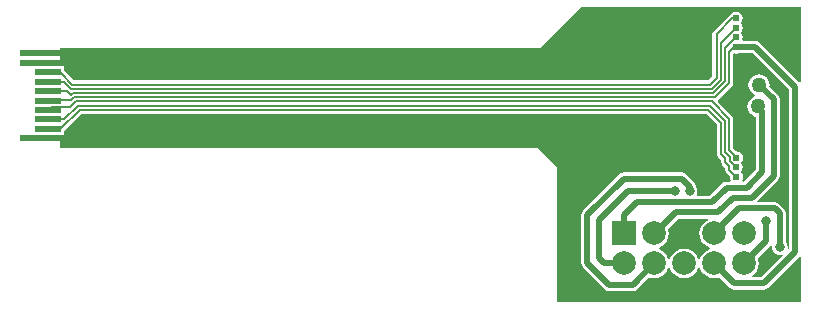
<source format=gbl>
G04 Layer_Physical_Order=2*
G04 Layer_Color=16711680*
%FSLAX25Y25*%
%MOIN*%
G70*
G01*
G75*
%ADD11R,0.08661X0.02362*%
%ADD13R,0.13780X0.02362*%
%ADD14C,0.02000*%
%ADD15R,0.07874X0.07874*%
%ADD16C,0.07874*%
%ADD17C,0.03000*%
%ADD18C,0.03150*%
%ADD19C,0.02400*%
%ADD20C,0.05000*%
%ADD21C,0.00700*%
G36*
X231110Y-58514D02*
X230691Y-58688D01*
X229660Y-59479D01*
X228869Y-60510D01*
X228371Y-61711D01*
X228202Y-63000D01*
X228371Y-64289D01*
X228869Y-65490D01*
X229660Y-66521D01*
X230691Y-67313D01*
X231698Y-67729D01*
Y-68271D01*
X230691Y-68687D01*
X229660Y-69479D01*
X228869Y-70510D01*
X228452Y-71517D01*
X227910D01*
X227494Y-70510D01*
X226702Y-69479D01*
X225671Y-68687D01*
X224470Y-68190D01*
X223181Y-68020D01*
X221892Y-68190D01*
X220691Y-68687D01*
X219660Y-69479D01*
X218869Y-70510D01*
X218452Y-71517D01*
X217911D01*
X217494Y-70510D01*
X216702Y-69479D01*
X215671Y-68687D01*
X214664Y-68271D01*
Y-67729D01*
X215671Y-67313D01*
X216702Y-66521D01*
X217494Y-65490D01*
X217991Y-64289D01*
X218161Y-63000D01*
X217991Y-61711D01*
X217857Y-61387D01*
X221230Y-58014D01*
X231010D01*
X231110Y-58514D01*
D02*
G37*
G36*
X252108Y-67016D02*
X252523Y-67269D01*
X252492Y-67506D01*
X252580Y-68178D01*
X252840Y-68805D01*
X253253Y-69342D01*
X253790Y-69755D01*
X254417Y-70015D01*
X255089Y-70103D01*
X255761Y-70015D01*
X255938Y-69941D01*
X256221Y-70365D01*
X248962Y-77624D01*
X246087D01*
X245917Y-77124D01*
X246702Y-76521D01*
X247494Y-75490D01*
X247991Y-74289D01*
X248161Y-73000D01*
X247991Y-71711D01*
X247804Y-71261D01*
X252053Y-67012D01*
X252108Y-67016D01*
D02*
G37*
G36*
X234088Y-26608D02*
Y-36460D01*
X234192Y-36987D01*
X234491Y-37433D01*
X235565Y-38508D01*
Y-39303D01*
X235670Y-39830D01*
X235969Y-40276D01*
X236934Y-41242D01*
Y-41872D01*
X237039Y-42399D01*
X237338Y-42845D01*
X238396Y-43903D01*
X238349Y-44138D01*
X238520Y-44996D01*
X238701Y-45268D01*
X238465Y-45709D01*
X237357D01*
X236577Y-45864D01*
X235915Y-46306D01*
X231725Y-50496D01*
X227588D01*
X227344Y-49996D01*
X227539Y-49524D01*
X227628Y-48852D01*
X227539Y-48180D01*
X227280Y-47554D01*
X227051Y-47255D01*
X226915Y-46570D01*
X226473Y-45908D01*
X223807Y-43242D01*
X223145Y-42800D01*
X222365Y-42645D01*
X203066D01*
X202286Y-42800D01*
X201624Y-43242D01*
X189440Y-55426D01*
X188998Y-56088D01*
X188843Y-56868D01*
Y-72732D01*
X188998Y-73512D01*
X189440Y-74174D01*
X196881Y-81615D01*
X197543Y-82057D01*
X198323Y-82212D01*
X206008D01*
X206788Y-82057D01*
X207450Y-81615D01*
X211442Y-77623D01*
X211892Y-77810D01*
X213181Y-77980D01*
X214470Y-77810D01*
X215671Y-77312D01*
X216702Y-76521D01*
X217494Y-75490D01*
X217911Y-74483D01*
X218452D01*
X218869Y-75490D01*
X219660Y-76521D01*
X220691Y-77312D01*
X221892Y-77810D01*
X223181Y-77980D01*
X224470Y-77810D01*
X225671Y-77312D01*
X226702Y-76521D01*
X227494Y-75490D01*
X227910Y-74483D01*
X228452D01*
X228869Y-75490D01*
X229660Y-76521D01*
X230691Y-77312D01*
X231892Y-77810D01*
X233181Y-77980D01*
X234470Y-77810D01*
X234921Y-77623D01*
X238402Y-81105D01*
X238402Y-81105D01*
X239064Y-81547D01*
X239844Y-81702D01*
X249807D01*
X250587Y-81547D01*
X251249Y-81105D01*
X261611Y-70742D01*
X261924Y-70813D01*
X262111Y-70934D01*
Y-85725D01*
X180956D01*
Y-41500D01*
X180859Y-41012D01*
X180582Y-40599D01*
X174909Y-34926D01*
X174496Y-34649D01*
X174008Y-34552D01*
X15049D01*
Y-30331D01*
X16453D01*
Y-28958D01*
X22272Y-23138D01*
X230618D01*
X234088Y-26608D01*
D02*
G37*
G36*
X258210Y-15003D02*
Y-68211D01*
X258060Y-68316D01*
X258016Y-68303D01*
X257619Y-68012D01*
X257686Y-67506D01*
X257597Y-66834D01*
X257338Y-66207D01*
X257128Y-65934D01*
Y-56160D01*
X256973Y-55380D01*
X256531Y-54718D01*
X254971Y-53158D01*
X254309Y-52716D01*
X253529Y-52561D01*
X247865D01*
X247658Y-52061D01*
X254465Y-45254D01*
X254465Y-45254D01*
X254907Y-44592D01*
X255062Y-43812D01*
Y-18336D01*
X254907Y-17556D01*
X254465Y-16894D01*
X251639Y-14068D01*
X251714Y-13497D01*
X251594Y-12583D01*
X251241Y-11732D01*
X250680Y-11001D01*
X249949Y-10440D01*
X249098Y-10087D01*
X248184Y-9967D01*
X247270Y-10087D01*
X246419Y-10440D01*
X245688Y-11001D01*
X245127Y-11732D01*
X244774Y-12583D01*
X244654Y-13497D01*
X244774Y-14411D01*
X245127Y-15262D01*
X245688Y-15993D01*
X246419Y-16554D01*
X246843Y-16730D01*
X246870Y-16872D01*
X246815Y-17259D01*
X246083Y-17563D01*
X245352Y-18124D01*
X244791Y-18855D01*
X244438Y-19706D01*
X244318Y-20620D01*
X244438Y-21534D01*
X244791Y-22385D01*
X245352Y-23116D01*
X246083Y-23677D01*
X246934Y-24030D01*
X247219Y-24067D01*
Y-41661D01*
X243182Y-45698D01*
X242725Y-45662D01*
X242506Y-45234D01*
X242664Y-44996D01*
X242835Y-44138D01*
X242664Y-43280D01*
X242178Y-42552D01*
X242147Y-42531D01*
Y-42526D01*
X242633Y-41798D01*
X242804Y-40940D01*
X242633Y-40082D01*
X242167Y-39384D01*
X242178Y-39377D01*
X242664Y-38649D01*
X242835Y-37791D01*
X242664Y-36933D01*
X242178Y-36205D01*
X241450Y-35719D01*
X240592Y-35548D01*
X240481Y-35570D01*
X239640Y-34730D01*
Y-24878D01*
X239640Y-24878D01*
X239536Y-24351D01*
X239237Y-23905D01*
X234414Y-19081D01*
X234463Y-18584D01*
X234535Y-18535D01*
X239203Y-13867D01*
X239203Y-13867D01*
X239502Y-13420D01*
X239606Y-12894D01*
X239606Y-12894D01*
Y-3275D01*
X240031Y-2909D01*
X240605Y-3023D01*
X241463Y-2852D01*
X241513Y-2819D01*
X246026D01*
X258210Y-15003D01*
D02*
G37*
G36*
X262111Y-12524D02*
X261611Y-12637D01*
X248313Y662D01*
X247651Y1104D01*
X246871Y1259D01*
X242960D01*
X242618Y1759D01*
X242737Y2360D01*
X242566Y3218D01*
X242348Y3545D01*
X242087Y3957D01*
X242348Y4369D01*
X242566Y4696D01*
X242737Y5554D01*
X242566Y6412D01*
X242098Y7114D01*
X242566Y7816D01*
X242737Y8674D01*
X242566Y9532D01*
X242080Y10260D01*
X241352Y10746D01*
X240494Y10917D01*
X239636Y10746D01*
X238908Y10260D01*
X238685Y9926D01*
X238268Y9647D01*
X238268Y9647D01*
X233057Y4436D01*
X232758Y3990D01*
X232653Y3463D01*
Y-10584D01*
X231252Y-11986D01*
X19888D01*
X16453Y-8550D01*
Y-7071D01*
X15049D01*
Y-1275D01*
X174516D01*
X175004Y-1178D01*
X175417Y-901D01*
X188717Y12399D01*
X262111D01*
Y-12524D01*
D02*
G37*
D11*
X11122Y-12402D02*
D03*
Y-9252D02*
D03*
Y-15551D02*
D03*
Y-21850D02*
D03*
Y-18701D02*
D03*
Y-25000D02*
D03*
Y-28150D02*
D03*
D13*
X8563Y-2953D02*
D03*
Y-6102D02*
D03*
Y-31299D02*
D03*
D14*
X249258Y-42506D02*
Y-22030D01*
X244016Y-47748D02*
X249258Y-42506D01*
X237357Y-47748D02*
X244016D01*
X247848Y-20620D02*
X249258Y-22030D01*
X260249Y-69221D02*
Y-14158D01*
X249807Y-79663D02*
X260249Y-69221D01*
X239844Y-79663D02*
X249807D01*
X206008Y-80173D02*
X213181Y-73000D01*
X198323Y-80173D02*
X206008D01*
X190882Y-72732D02*
X198323Y-80173D01*
X190882Y-72732D02*
Y-56868D01*
X203066Y-44684D01*
X222365D01*
X225031Y-47350D01*
Y-48852D02*
Y-47350D01*
X196628Y-73000D02*
X203181D01*
X194807Y-71179D02*
X196628Y-73000D01*
X194807Y-71179D02*
Y-58422D01*
X204532Y-48697D01*
X220320D01*
X232570Y-52535D02*
X237357Y-47748D01*
X207592Y-52535D02*
X232570D01*
X203201Y-56926D02*
X207592Y-52535D01*
X220385Y-55975D02*
X234505D01*
X213326Y-63034D02*
X220385Y-55975D01*
X234505D02*
X239407Y-51073D01*
X245762D01*
X253023Y-43812D01*
X253529Y-54600D02*
X255089Y-56160D01*
X241581Y-54600D02*
X253529D01*
X233181Y-63000D02*
X241581Y-54600D01*
X255089Y-67506D02*
Y-56160D01*
X243181Y-73000D02*
X250633Y-65548D01*
Y-58745D01*
X246871Y-780D02*
X260249Y-14158D01*
X233181Y-73000D02*
X239844Y-79663D01*
X253023Y-43812D02*
Y-18336D01*
X248184Y-13497D02*
X253023Y-18336D01*
X203201Y-63232D02*
Y-56926D01*
X240605Y-780D02*
X246871D01*
D15*
X203181Y-63000D02*
D03*
D16*
X213181D02*
D03*
X203181Y-73000D02*
D03*
X213181D02*
D03*
X233181Y-63000D02*
D03*
X223181D02*
D03*
X243181D02*
D03*
X233181Y-73000D02*
D03*
X223181D02*
D03*
X243181D02*
D03*
D17*
X251200Y-71182D02*
D03*
X257366Y7190D02*
D03*
X257140Y-81262D02*
D03*
X228232Y-81382D02*
D03*
X186347Y-81081D02*
D03*
X184778Y-67622D02*
D03*
X184597Y-55129D02*
D03*
X192986Y-46438D02*
D03*
X185382Y-46257D02*
D03*
X185343Y-38413D02*
D03*
Y1587D02*
D03*
X195343Y-38413D02*
D03*
Y1587D02*
D03*
X205343Y-38413D02*
D03*
Y1587D02*
D03*
X215342Y-38413D02*
D03*
Y1587D02*
D03*
D18*
X220320Y-48697D02*
D03*
X225031Y-48852D02*
D03*
X255089Y-67506D02*
D03*
X250633Y-58745D02*
D03*
D19*
X240592Y-24115D02*
D03*
X240494Y8674D02*
D03*
X240592Y-37791D02*
D03*
X240561Y-40940D02*
D03*
X223759Y-24172D02*
D03*
X228781Y-24042D02*
D03*
X223469Y-34618D02*
D03*
X228978Y-34471D02*
D03*
X240592Y-44138D02*
D03*
X240605Y-780D02*
D03*
X240494Y2360D02*
D03*
Y5554D02*
D03*
X26102Y-2975D02*
D03*
X41597Y-3220D02*
D03*
X60120Y-3410D02*
D03*
X79689Y-3409D02*
D03*
X105166Y-3180D02*
D03*
X127861D02*
D03*
X155650Y-3334D02*
D03*
X27131Y-33047D02*
D03*
X43131Y-33187D02*
D03*
X82008D02*
D03*
X106008Y-33047D02*
D03*
X129166Y-33187D02*
D03*
X155943Y-33039D02*
D03*
X60570Y-33028D02*
D03*
X219996Y-4041D02*
D03*
X242164Y-14409D02*
D03*
D20*
X248184Y-13497D02*
D03*
X247848Y-20620D02*
D03*
D21*
X11122Y-9252D02*
X11230Y-9144D01*
X239241Y8674D02*
X240494D01*
X11122Y-21850D02*
X12041Y-20932D01*
X15888D01*
X15899Y-20921D01*
X11122Y-18701D02*
X11236Y-18587D01*
X11122Y-28150D02*
X15314D01*
X11122Y-25000D02*
X16484D01*
X15899Y-20921D02*
X18583D01*
X11236Y-18587D02*
X18937D01*
X11122Y-15551D02*
X17388D01*
X18690Y-16854D01*
X12370Y-9474D02*
X15430D01*
X11122Y-12402D02*
X16378D01*
X238230Y-2522D02*
X239972Y-780D01*
X236830Y-12314D02*
Y-1304D01*
X238230Y-12894D02*
Y-2522D01*
X240592Y-37791D02*
Y-37628D01*
X240559Y-40940D02*
X240561D01*
X238342Y-38723D02*
X240559Y-40940D01*
X236942Y-39303D02*
X238311Y-40672D01*
Y-41872D02*
Y-40672D01*
X238264Y-35300D02*
X240592Y-37628D01*
X238342Y-38723D02*
Y-37358D01*
X236864Y-35880D02*
X238342Y-37358D01*
X236942Y-39303D02*
Y-37938D01*
X235464Y-36460D02*
X236942Y-37938D01*
X235464Y-36460D02*
Y-26038D01*
X236864Y-35880D02*
Y-25458D01*
X238264Y-35300D02*
Y-24878D01*
X15314Y-28150D02*
X21702Y-21762D01*
X231188D01*
X235464Y-26038D01*
X21122Y-20362D02*
X231768D01*
X20542Y-18962D02*
X232348D01*
X18690Y-16854D02*
X19382Y-16162D01*
X232982D01*
X236830Y-12314D01*
X232402Y-14762D02*
X235430Y-11734D01*
X19318Y-13362D02*
X231822D01*
X234030Y-11154D01*
X15430Y-9474D02*
X19318Y-13362D01*
X16378Y-12402D02*
X18738Y-14762D01*
X232402D01*
X233562Y-17562D02*
X238230Y-12894D01*
X19962Y-17562D02*
X233562D01*
X16484Y-25000D02*
X21122Y-20362D01*
X231768D02*
X236864Y-25458D01*
X18583Y-20921D02*
X20542Y-18962D01*
X232348D02*
X238264Y-24878D01*
X18937Y-18587D02*
X19962Y-17562D01*
X238311Y-41872D02*
X240577Y-44138D01*
X240592D01*
X239972Y-780D02*
X240605D01*
X234030Y-11154D02*
Y3463D01*
X239241Y8674D01*
X235430Y-11734D02*
Y490D01*
X236830Y-1304D02*
X240494Y2360D01*
X235430Y490D02*
X240494Y5554D01*
M02*

</source>
